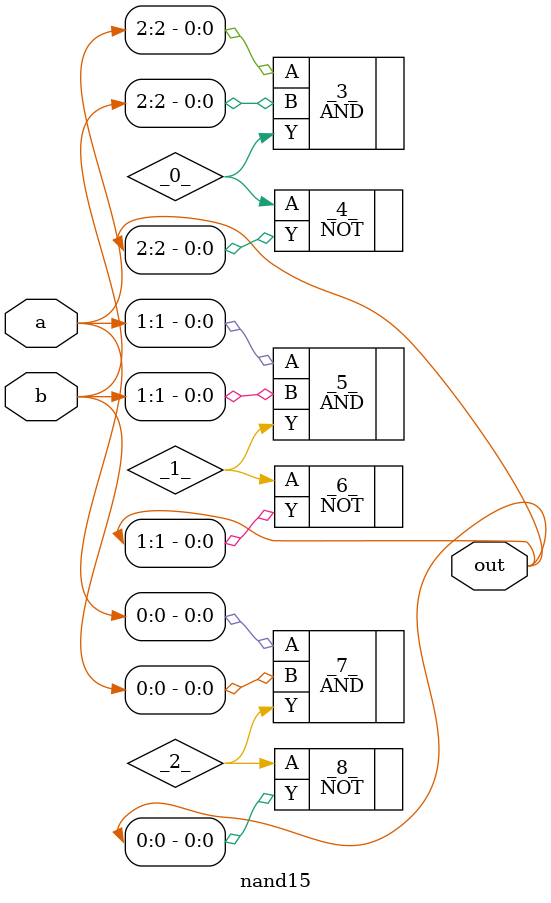
<source format=v>
/* Generated by Yosys 0.41+83 (git sha1 7045cf509, x86_64-w64-mingw32-g++ 13.2.1 -Os) */

/* cells_not_processed =  1  */
/* src = "nand15.v:2.1-16.10" */
module nand15(a, b, out);
  wire _0_;
  wire _1_;
  wire _2_;
  /* src = "nand15.v:3.22-3.23" */
  input [2:0] a;
  wire [2:0] a;
  /* src = "nand15.v:4.22-4.23" */
  input [2:0] b;
  wire [2:0] b;
  /* src = "nand15.v:5.22-5.25" */
  output [2:0] out;
  wire [2:0] out;
  AND _3_ (
    .A(a[2]),
    .B(b[2]),
    .Y(_0_)
  );
  NOT _4_ (
    .A(_0_),
    .Y(out[2])
  );
  AND _5_ (
    .A(a[1]),
    .B(b[1]),
    .Y(_1_)
  );
  NOT _6_ (
    .A(_1_),
    .Y(out[1])
  );
  AND _7_ (
    .A(a[0]),
    .B(b[0]),
    .Y(_2_)
  );
  NOT _8_ (
    .A(_2_),
    .Y(out[0])
  );
endmodule

</source>
